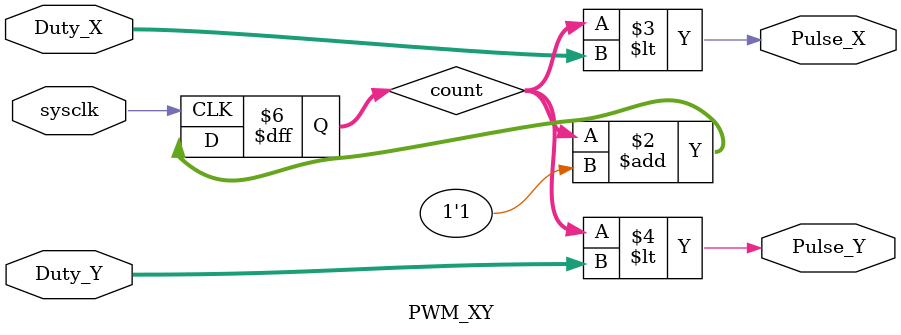
<source format=v>
module PWM_XY(input wire sysclk,
input wire [5:0] Duty_X,
input wire [5:0] Duty_Y,
output wire Pulse_X,
output wire Pulse_Y);

reg [5:0] count = 0;

always @(posedge sysclk) begin
		count<=count+1'b1;
end

assign Pulse_X = count < Duty_X; //PWM Generation
assign Pulse_Y = count < Duty_Y;

endmodule

</source>
